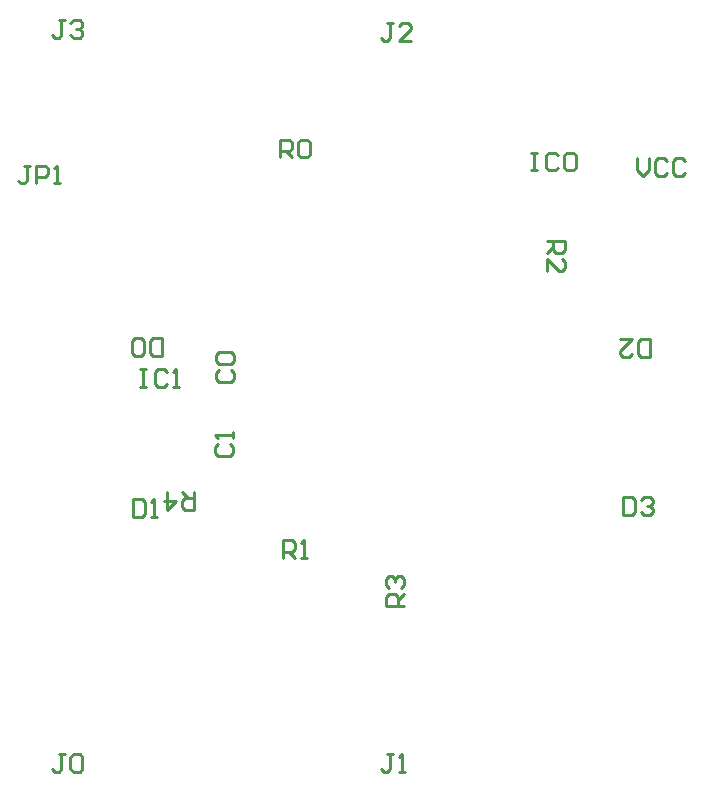
<source format=gto>
G04*
G04 #@! TF.GenerationSoftware,Altium Limited,CircuitStudio,1.5.2 (30)*
G04*
G04 Layer_Color=15065295*
%FSLAX42Y42*%
%MOMM*%
G71*
G01*
G75*
%ADD10C,0.25*%
D10*
X7340Y7422D02*
Y7321D01*
X7391Y7270D01*
X7442Y7321D01*
Y7422D01*
X7594Y7397D02*
X7569Y7422D01*
X7518D01*
X7492Y7397D01*
Y7295D01*
X7518Y7270D01*
X7569D01*
X7594Y7295D01*
X7746Y7397D02*
X7721Y7422D01*
X7670D01*
X7645Y7397D01*
Y7295D01*
X7670Y7270D01*
X7721D01*
X7746Y7295D01*
X3793Y5002D02*
X3768Y4976D01*
Y4925D01*
X3793Y4900D01*
X3895D01*
X3920Y4925D01*
Y4976D01*
X3895Y5002D01*
X3920Y5052D02*
Y5103D01*
Y5078D01*
X3768D01*
X3793Y5052D01*
X3803Y5632D02*
X3778Y5606D01*
Y5555D01*
X3803Y5530D01*
X3905D01*
X3930Y5555D01*
Y5606D01*
X3905Y5632D01*
X3803Y5682D02*
X3778Y5708D01*
Y5759D01*
X3803Y5784D01*
X3905D01*
X3930Y5759D01*
Y5708D01*
X3905Y5682D01*
X3803D01*
X4340Y4040D02*
Y4192D01*
X4416D01*
X4442Y4167D01*
Y4116D01*
X4416Y4091D01*
X4340D01*
X4391D02*
X4442Y4040D01*
X4492D02*
X4543D01*
X4518D01*
Y4192D01*
X4492Y4167D01*
X5370Y3630D02*
X5218D01*
Y3706D01*
X5243Y3732D01*
X5294D01*
X5319Y3706D01*
Y3630D01*
Y3681D02*
X5370Y3732D01*
X5243Y3782D02*
X5218Y3808D01*
Y3859D01*
X5243Y3884D01*
X5268D01*
X5294Y3859D01*
Y3833D01*
Y3859D01*
X5319Y3884D01*
X5345D01*
X5370Y3859D01*
Y3808D01*
X5345Y3782D01*
X7220Y4552D02*
Y4400D01*
X7296D01*
X7322Y4425D01*
Y4527D01*
X7296Y4552D01*
X7220D01*
X7372Y4527D02*
X7398Y4552D01*
X7449D01*
X7474Y4527D01*
Y4502D01*
X7449Y4476D01*
X7423D01*
X7449D01*
X7474Y4451D01*
Y4425D01*
X7449Y4400D01*
X7398D01*
X7372Y4425D01*
X3070Y4542D02*
Y4390D01*
X3146D01*
X3172Y4415D01*
Y4517D01*
X3146Y4542D01*
X3070D01*
X3222Y4390D02*
X3273D01*
X3248D01*
Y4542D01*
X3222Y4517D01*
X3590Y4600D02*
Y4448D01*
X3514D01*
X3488Y4473D01*
Y4524D01*
X3514Y4549D01*
X3590D01*
X3539D02*
X3488Y4600D01*
X3361D02*
Y4448D01*
X3438Y4524D01*
X3336D01*
X3130Y5642D02*
X3181D01*
X3155D01*
Y5490D01*
X3130D01*
X3181D01*
X3359Y5617D02*
X3333Y5642D01*
X3282D01*
X3257Y5617D01*
Y5515D01*
X3282Y5490D01*
X3333D01*
X3359Y5515D01*
X3409Y5490D02*
X3460D01*
X3435D01*
Y5642D01*
X3409Y5617D01*
X3320Y5748D02*
Y5900D01*
X3244D01*
X3218Y5875D01*
Y5773D01*
X3244Y5748D01*
X3320D01*
X3168Y5773D02*
X3142Y5748D01*
X3091D01*
X3066Y5773D01*
Y5875D01*
X3091Y5900D01*
X3142D01*
X3168Y5875D01*
Y5773D01*
X2202Y7362D02*
X2151D01*
X2176D01*
Y7235D01*
X2151Y7210D01*
X2125D01*
X2100Y7235D01*
X2252Y7210D02*
Y7362D01*
X2329D01*
X2354Y7337D01*
Y7286D01*
X2329Y7261D01*
X2252D01*
X2405Y7210D02*
X2455D01*
X2430D01*
Y7362D01*
X2405Y7337D01*
X5272Y2382D02*
X5221D01*
X5246D01*
Y2255D01*
X5221Y2230D01*
X5195D01*
X5170Y2255D01*
X5322Y2230D02*
X5373D01*
X5348D01*
Y2382D01*
X5322Y2357D01*
X2492Y2382D02*
X2441D01*
X2466D01*
Y2255D01*
X2441Y2230D01*
X2415D01*
X2390Y2255D01*
X2542Y2357D02*
X2568Y2382D01*
X2619D01*
X2644Y2357D01*
Y2255D01*
X2619Y2230D01*
X2568D01*
X2542Y2255D01*
Y2357D01*
X2492Y8592D02*
X2441D01*
X2466D01*
Y8465D01*
X2441Y8440D01*
X2415D01*
X2390Y8465D01*
X2542Y8567D02*
X2568Y8592D01*
X2619D01*
X2644Y8567D01*
Y8542D01*
X2619Y8516D01*
X2593D01*
X2619D01*
X2644Y8491D01*
Y8465D01*
X2619Y8440D01*
X2568D01*
X2542Y8465D01*
X5272Y8572D02*
X5221D01*
X5246D01*
Y8445D01*
X5221Y8420D01*
X5195D01*
X5170Y8445D01*
X5424Y8420D02*
X5322D01*
X5424Y8522D01*
Y8547D01*
X5399Y8572D01*
X5348D01*
X5322Y8547D01*
X4320Y7430D02*
Y7582D01*
X4396D01*
X4422Y7557D01*
Y7506D01*
X4396Y7481D01*
X4320D01*
X4371D02*
X4422Y7430D01*
X4472Y7557D02*
X4498Y7582D01*
X4549D01*
X4574Y7557D01*
Y7455D01*
X4549Y7430D01*
X4498D01*
X4472Y7455D01*
Y7557D01*
X6440Y7472D02*
X6491D01*
X6465D01*
Y7320D01*
X6440D01*
X6491D01*
X6669Y7447D02*
X6643Y7472D01*
X6592D01*
X6567Y7447D01*
Y7345D01*
X6592Y7320D01*
X6643D01*
X6669Y7345D01*
X6719Y7447D02*
X6745Y7472D01*
X6795D01*
X6821Y7447D01*
Y7345D01*
X6795Y7320D01*
X6745D01*
X6719Y7345D01*
Y7447D01*
X7450Y5738D02*
Y5890D01*
X7374D01*
X7348Y5865D01*
Y5763D01*
X7374Y5738D01*
X7450D01*
X7196Y5890D02*
X7298D01*
X7196Y5788D01*
Y5763D01*
X7221Y5738D01*
X7272D01*
X7298Y5763D01*
X6580Y6720D02*
X6732D01*
Y6644D01*
X6707Y6618D01*
X6656D01*
X6631Y6644D01*
Y6720D01*
Y6669D02*
X6580Y6618D01*
Y6466D02*
Y6568D01*
X6682Y6466D01*
X6707D01*
X6732Y6491D01*
Y6542D01*
X6707Y6568D01*
M02*

</source>
